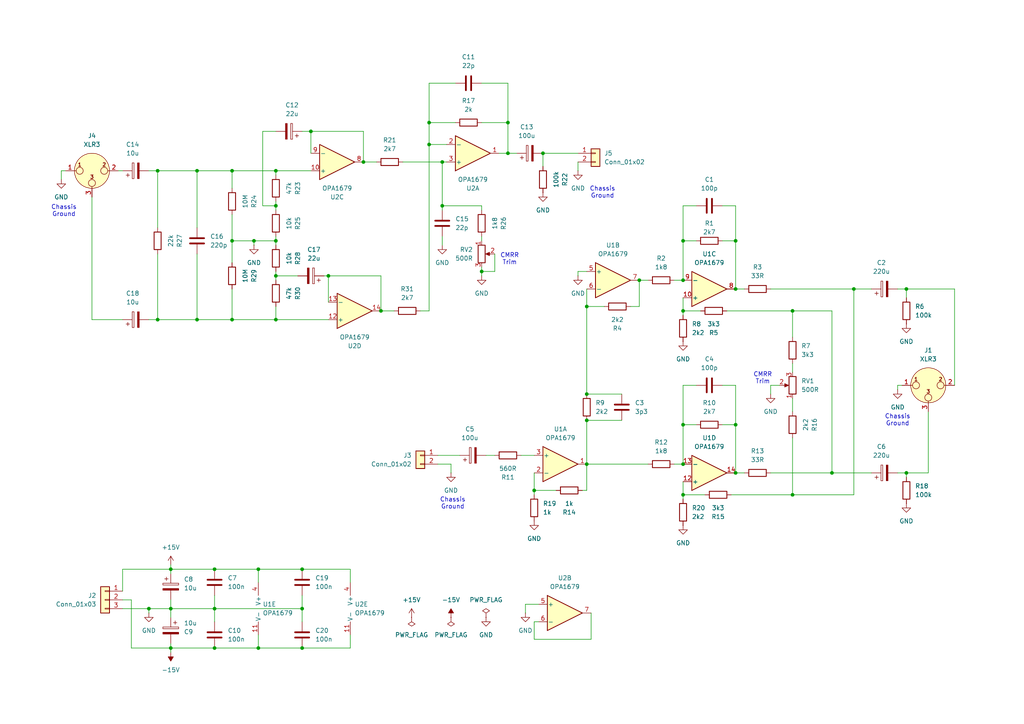
<source format=kicad_sch>
(kicad_sch (version 20231120) (generator "eeschema") (generator_version "8.0")
  (paper "A4")
  (title_block (title "Purrtico TLA Input & Output") (date "2024-05-10") (rev "01") (company "Greybox Audio"))
  (lib_symbols
    (symbol "+15V_1" (power) (pin_numbers hide) (pin_names (offset 0) hide)
      (property "Value" "+15V" (at 0 3.556 0))
      (symbol "+15V_1_0_1"
        (polyline (pts (xy -0.762 1.27) (xy 0 2.54)))
        (polyline (pts (xy 0 0) (xy 0 2.54)))
        (polyline (pts (xy 0 2.54) (xy 0.762 1.27)))
      )
      (symbol "+15V_1_1_1"
        (pin power_in line (at 0 0 90) (length 0) (name "~") (number "1"))
      )
    )
    (symbol "Amplifier_Operational:OPA1679" (pin_names (offset 0.127))
      (property "Reference" "U" (at 0 5.08 0))
      (property "Value" "OPA1679" (at 0 -5.08 0))
      (symbol "OPA1679_1_1"
        (polyline (pts (xy -5.08 5.08) (xy 5.08 0) (xy -5.08 -5.08) (xy -5.08 5.08)) (stroke (width 0.254)) (fill (type background)))
        (pin output line (at 7.62 0 180) (length 2.54) (name "~") (number "1"))
        (pin input line (at -7.62 -2.54 0) (length 2.54) (name "-") (number "2"))
        (pin input line (at -7.62 2.54 0) (length 2.54) (name "+") (number "3"))
      )
      (symbol "OPA1679_2_1"
        (polyline (pts (xy -5.08 5.08) (xy 5.08 0) (xy -5.08 -5.08) (xy -5.08 5.08)) (stroke (width 0.254)) (fill (type background)))
        (pin input line (at -7.62 2.54 0) (length 2.54) (name "+") (number "5"))
        (pin input line (at -7.62 -2.54 0) (length 2.54) (name "-") (number "6"))
        (pin output line (at 7.62 0 180) (length 2.54) (name "~") (number "7"))
      )
      (symbol "OPA1679_3_1"
        (polyline (pts (xy -5.08 5.08) (xy 5.08 0) (xy -5.08 -5.08) (xy -5.08 5.08)) (stroke (width 0.254)) (fill (type background)))
        (pin input line (at -7.62 2.54 0) (length 2.54) (name "+") (number "10"))
        (pin output line (at 7.62 0 180) (length 2.54) (name "~") (number "8"))
        (pin input line (at -7.62 -2.54 0) (length 2.54) (name "-") (number "9"))
      )
      (symbol "OPA1679_4_1"
        (polyline (pts (xy -5.08 5.08) (xy 5.08 0) (xy -5.08 -5.08) (xy -5.08 5.08)) (stroke (width 0.254)) (fill (type background)))
        (pin input line (at -7.62 2.54 0) (length 2.54) (name "+") (number "12"))
        (pin input line (at -7.62 -2.54 0) (length 2.54) (name "-") (number "13"))
        (pin output line (at 7.62 0 180) (length 2.54) (name "~") (number "14"))
      )
      (symbol "OPA1679_5_1"
        (pin power_in line (at -2.54 -7.62 90) (length 3.81) (name "V-") (number "11"))
        (pin power_in line (at -2.54 7.62 270) (length 3.81) (name "V+") (number "4"))
      )
    )
    (symbol "Connector_Audio:XLR3" (pin_names hide)
      (property "Reference" "J" (at 0 8.89 0))
      (property "Value" "XLR3" (at 0 6.35 0))
      (symbol "XLR3_0_1"
        (circle (center -3.556 0) (radius 1.016))
        (circle (center 0 -3.556) (radius 1.016))
        (polyline (pts (xy -5.08 0) (xy -4.572 0)))
        (polyline (pts (xy 0 -5.08) (xy 0 -4.572)))
        (polyline (pts (xy 5.08 0) (xy 4.572 0)))
        (circle (center 0 0) (radius 5.08) (fill (type background)))
        (circle (center 3.556 0) (radius 1.016))
        (text "1" (at -3.556 1.778 0) (effects (font (size 1.016 1.016) (bold yes))))
        (text "2" (at 3.556 1.778 0) (effects (font (size 1.016 1.016) (bold yes))))
        (text "3" (at 0 -1.778 0) (effects (font (size 1.016 1.016) (bold yes))))
        (pin passive line (at -7.62 0 0) (length 2.54) (name "~") (number "1"))
        (pin passive line (at 7.62 0 180) (length 2.54) (name "~") (number "2"))
        (pin passive line (at 0 -7.62 90) (length 2.54) (name "~") (number "3"))
      )
    )
    (symbol "Connector_Generic:Conn_01x02" (pin_names (offset 1.016) hide)
      (property "Reference" "J" (at 0 2.54 0))
      (property "Value" "Conn_01x02" (at 0 -5.08 0))
      (symbol "Conn_01x02_1_1"
        (rectangle (start -1.27 -2.413) (end 0 -2.667) (stroke (width 0.1524)))
        (rectangle (start -1.27 0.127) (end 0 -0.127) (stroke (width 0.1524)))
        (rectangle (start -1.27 1.27) (end 1.27 -3.81) (stroke (width 0.254)) (fill (type background)))
        (pin passive line (at -5.08 0 0) (length 3.81) (name "Pin_1") (number "1"))
        (pin passive line (at -5.08 -2.54 0) (length 3.81) (name "Pin_2") (number "2"))
      )
    )
    (symbol "Connector_Generic:Conn_01x03" (pin_names (offset 1.016) hide)
      (property "Reference" "J" (at 0 5.08 0))
      (property "Value" "Conn_01x03" (at 0 -5.08 0))
      (symbol "Conn_01x03_1_1"
        (rectangle (start -1.27 -2.413) (end 0 -2.667) (stroke (width 0.1524)))
        (rectangle (start -1.27 0.127) (end 0 -0.127) (stroke (width 0.1524)))
        (rectangle (start -1.27 2.667) (end 0 2.413) (stroke (width 0.1524)))
        (rectangle (start -1.27 3.81) (end 1.27 -3.81) (stroke (width 0.254)) (fill (type background)))
        (pin passive line (at -5.08 2.54 0) (length 3.81) (name "Pin_1") (number "1"))
        (pin passive line (at -5.08 0 0) (length 3.81) (name "Pin_2") (number "2"))
        (pin passive line (at -5.08 -2.54 0) (length 3.81) (name "Pin_3") (number "3"))
      )
    )
    (symbol "Device:C" (pin_numbers hide) (pin_names (offset 0.254))
      (property "Reference" "C" (at 0.635 2.54 0))
      (property "Value" "C" (at 0.635 -2.54 0))
      (symbol "C_0_1"
        (polyline (pts (xy -2.032 -0.762) (xy 2.032 -0.762)) (stroke (width 0.508)))
        (polyline (pts (xy -2.032 0.762) (xy 2.032 0.762)) (stroke (width 0.508)))
      )
      (symbol "C_1_1"
        (pin passive line (at 0 3.81 270) (length 2.794) (name "~") (number "1"))
        (pin passive line (at 0 -3.81 90) (length 2.794) (name "~") (number "2"))
      )
    )
    (symbol "Device:C_Polarized" (pin_numbers hide) (pin_names (offset 0.254))
      (property "Reference" "C" (at 0.635 2.54 0))
      (property "Value" "C_Polarized" (at 0.635 -2.54 0))
      (symbol "C_Polarized_0_1"
        (rectangle (start -2.286 0.508) (end 2.286 1.016))
        (polyline (pts (xy -1.778 2.286) (xy -0.762 2.286)))
        (polyline (pts (xy -1.27 2.794) (xy -1.27 1.778)))
        (rectangle (start 2.286 -0.508) (end -2.286 -1.016) (fill (type outline)))
      )
      (symbol "C_Polarized_1_1"
        (pin passive line (at 0 3.81 270) (length 2.794) (name "~") (number "1"))
        (pin passive line (at 0 -3.81 90) (length 2.794) (name "~") (number "2"))
      )
    )
    (symbol "Device:R" (pin_numbers hide) (pin_names (offset 0))
      (property "Reference" "R" (at 2.032 0 90))
      (property "Value" "R" (at 0 0 90))
      (symbol "R_0_1"
        (rectangle (start -1.016 -2.54) (end 1.016 2.54) (stroke (width 0.254)))
      )
      (symbol "R_1_1"
        (pin passive line (at 0 3.81 270) (length 1.27) (name "~") (number "1"))
        (pin passive line (at 0 -3.81 90) (length 1.27) (name "~") (number "2"))
      )
    )
    (symbol "Device:R_Potentiometer" (pin_names (offset 1.016) hide)
      (property "Reference" "RV" (at -4.445 0 90))
      (property "Value" "R_Potentiometer" (at -2.54 0 90))
      (symbol "R_Potentiometer_0_1"
        (polyline (pts (xy 2.54 0) (xy 1.524 0)))
        (polyline (pts (xy 1.143 0) (xy 2.286 0.508) (xy 2.286 -0.508) (xy 1.143 0)) (fill (type outline)))
        (rectangle (start 1.016 2.54) (end -1.016 -2.54) (stroke (width 0.254)))
      )
      (symbol "R_Potentiometer_1_1"
        (pin passive line (at 0 3.81 270) (length 1.27) (name "1") (number "1"))
        (pin passive line (at 3.81 0 180) (length 1.27) (name "2") (number "2"))
        (pin passive line (at 0 -3.81 90) (length 1.27) (name "3") (number "3"))
      )
    )
    (symbol "GND_1" (power) (pin_numbers hide) (pin_names (offset 0) hide)
      (property "Value" "GND" (at 0 -3.81 0))
      (symbol "GND_1_0_1"
        (polyline (pts (xy 0 0) (xy 0 -1.27) (xy 1.27 -1.27) (xy 0 -2.54) (xy -1.27 -1.27) (xy 0 -1.27)))
      )
      (symbol "GND_1_1_1"
        (pin power_in line (at 0 0 270) (length 0) (name "~") (number "1"))
      )
    )
    (symbol "power:-15V" (power) (pin_numbers hide) (pin_names (offset 0) hide)
      (property "Value" "-15V" (at 0 3.556 0))
      (symbol "-15V_0_0"
        (pin power_in line (at 0 0 90) (length 0) (name "~") (number "1"))
      )
      (symbol "-15V_0_1"
        (polyline (pts (xy 0 0) (xy 0 1.27) (xy 0.762 1.27) (xy 0 2.54) (xy -0.762 1.27) (xy 0 1.27)) (fill (type outline)))
      )
    )
    (symbol "power:PWR_FLAG" (power) (pin_numbers hide) (pin_names (offset 0) hide)
      (property "Value" "PWR_FLAG" (at 0 3.81 0))
      (symbol "PWR_FLAG_0_0"
        (pin power_out line (at 0 0 90) (length 0) (name "~") (number "1"))
      )
      (symbol "PWR_FLAG_0_1"
        (polyline (pts (xy 0 0) (xy 0 1.27) (xy -1.016 1.905) (xy 0 2.54) (xy 1.016 1.905) (xy 0 1.27)))
      )
    )
  )
  (junction (at 87.63 165.1))
  (junction (at 87.63 176.53))
  (junction (at 43.18 176.53))
  (junction (at 67.31 49.53))
  (junction (at 73.66 69.85))
  (junction (at 157.48 44.45))
  (junction (at 74.93 165.1))
  (junction (at 62.23 176.53))
  (junction (at 198.12 143.51))
  (junction (at 170.18 121.92))
  (junction (at 62.23 165.1))
  (junction (at 185.42 81.28))
  (junction (at 229.87 143.51))
  (junction (at 80.01 69.85))
  (junction (at 80.01 80.01))
  (junction (at 128.27 46.99))
  (junction (at 241.3 137.16))
  (junction (at 198.12 69.85))
  (junction (at 128.27 59.69))
  (junction (at 213.36 83.82))
  (junction (at 198.12 134.62))
  (junction (at 80.01 49.53))
  (junction (at 147.32 35.56))
  (junction (at 45.72 49.53))
  (junction (at 95.25 80.01))
  (junction (at 247.65 83.82))
  (junction (at 262.89 137.16))
  (junction (at 57.15 49.53))
  (junction (at 213.36 137.16))
  (junction (at 170.18 114.3))
  (junction (at 154.94 142.24))
  (junction (at 49.53 187.96))
  (junction (at 124.46 41.91))
  (junction (at 57.15 92.71))
  (junction (at 147.32 44.45))
  (junction (at 229.87 90.17))
  (junction (at 124.46 35.56))
  (junction (at 170.18 134.62))
  (junction (at 49.53 176.53))
  (junction (at 90.17 38.1))
  (junction (at 198.12 90.17))
  (junction (at 105.41 46.99))
  (junction (at 49.53 165.1))
  (junction (at 80.01 92.71))
  (junction (at 213.36 69.85))
  (junction (at 170.18 88.9))
  (junction (at 110.49 90.17))
  (junction (at 198.12 81.28))
  (junction (at 87.63 187.96))
  (junction (at 213.36 123.19))
  (junction (at 62.23 187.96))
  (junction (at 262.89 83.82))
  (junction (at 80.01 59.69))
  (junction (at 45.72 92.71))
  (junction (at 67.31 69.85))
  (junction (at 198.12 123.19))
  (junction (at 139.7 78.74))
  (junction (at 67.31 92.71))
  (junction (at 74.93 187.96))
  (wire (pts (xy 213.36 111.76) (xy 213.36 123.19)))
  (wire (pts (xy 57.15 49.53) (xy 57.15 66.04)))
  (wire (pts (xy 198.12 143.51) (xy 198.12 144.78)))
  (wire (pts (xy 105.41 46.99) (xy 109.22 46.99)))
  (wire (pts (xy 38.1 173.99) (xy 38.1 187.96)))
  (wire (pts (xy 80.01 58.42) (xy 80.01 59.69)))
  (wire (pts (xy 87.63 176.53) (xy 87.63 180.34)))
  (wire (pts (xy 151.13 132.08) (xy 154.94 132.08)))
  (wire (pts (xy 49.53 176.53) (xy 49.53 179.07)))
  (wire (pts (xy 170.18 83.82) (xy 170.18 88.9)))
  (wire (pts (xy 269.24 119.38) (xy 269.24 137.16)))
  (wire (pts (xy 241.3 137.16) (xy 252.73 137.16)))
  (wire (pts (xy 139.7 24.13) (xy 147.32 24.13)))
  (wire (pts (xy 124.46 41.91) (xy 129.54 41.91)))
  (wire (pts (xy 195.58 134.62) (xy 198.12 134.62)))
  (wire (pts (xy 35.56 171.45) (xy 35.56 165.1)))
  (wire (pts (xy 67.31 92.71) (xy 80.01 92.71)))
  (wire (pts (xy 90.17 44.45) (xy 90.17 38.1)))
  (wire (pts (xy 229.87 105.41) (xy 229.87 107.95)))
  (wire (pts (xy 139.7 68.58) (xy 139.7 69.85)))
  (wire (pts (xy 74.93 184.15) (xy 74.93 187.96)))
  (wire (pts (xy 213.36 123.19) (xy 213.36 137.16)))
  (wire (pts (xy 139.7 59.69) (xy 139.7 60.96)))
  (wire (pts (xy 147.32 44.45) (xy 147.32 35.56)))
  (wire (pts (xy 198.12 139.7) (xy 198.12 143.51)))
  (wire (pts (xy 198.12 111.76) (xy 198.12 123.19)))
  (wire (pts (xy 57.15 49.53) (xy 67.31 49.53)))
  (wire (pts (xy 128.27 68.58) (xy 128.27 71.12)))
  (wire (pts (xy 80.01 69.85) (xy 80.01 71.12)))
  (wire (pts (xy 167.64 78.74) (xy 167.64 80.01)))
  (wire (pts (xy 62.23 176.53) (xy 87.63 176.53)))
  (wire (pts (xy 154.94 180.34) (xy 154.94 185.42)))
  (wire (pts (xy 156.21 180.34) (xy 154.94 180.34)))
  (wire (pts (xy 154.94 185.42) (xy 171.45 185.42)))
  (wire (pts (xy 209.55 59.69) (xy 213.36 59.69)))
  (wire (pts (xy 49.53 176.53) (xy 62.23 176.53)))
  (wire (pts (xy 74.93 187.96) (xy 62.23 187.96)))
  (wire (pts (xy 276.86 83.82) (xy 276.86 111.76)))
  (wire (pts (xy 74.93 165.1) (xy 87.63 165.1)))
  (wire (pts (xy 74.93 168.91) (xy 74.93 165.1)))
  (wire (pts (xy 195.58 81.28) (xy 198.12 81.28)))
  (wire (pts (xy 223.52 111.76) (xy 226.06 111.76)))
  (wire (pts (xy 262.89 137.16) (xy 269.24 137.16)))
  (wire (pts (xy 43.18 92.71) (xy 45.72 92.71)))
  (wire (pts (xy 213.36 59.69) (xy 213.36 69.85)))
  (wire (pts (xy 223.52 83.82) (xy 247.65 83.82)))
  (wire (pts (xy 49.53 187.96) (xy 62.23 187.96)))
  (wire (pts (xy 198.12 69.85) (xy 198.12 81.28)))
  (wire (pts (xy 49.53 163.83) (xy 49.53 165.1)))
  (wire (pts (xy 67.31 92.71) (xy 67.31 83.82)))
  (wire (pts (xy 49.53 187.96) (xy 49.53 189.23)))
  (wire (pts (xy 260.35 111.76) (xy 260.35 113.03)))
  (wire (pts (xy 170.18 88.9) (xy 175.26 88.9)))
  (wire (pts (xy 35.56 173.99) (xy 38.1 173.99)))
  (wire (pts (xy 35.56 165.1) (xy 49.53 165.1)))
  (wire (pts (xy 80.01 50.8) (xy 80.01 49.53)))
  (wire (pts (xy 260.35 137.16) (xy 262.89 137.16)))
  (wire (pts (xy 49.53 165.1) (xy 62.23 165.1)))
  (wire (pts (xy 76.2 38.1) (xy 76.2 59.69)))
  (wire (pts (xy 101.6 187.96) (xy 87.63 187.96)))
  (wire (pts (xy 101.6 165.1) (xy 87.63 165.1)))
  (wire (pts (xy 262.89 138.43) (xy 262.89 137.16)))
  (wire (pts (xy 67.31 54.61) (xy 67.31 49.53)))
  (wire (pts (xy 198.12 123.19) (xy 198.12 134.62)))
  (wire (pts (xy 241.3 90.17) (xy 241.3 137.16)))
  (wire (pts (xy 67.31 69.85) (xy 67.31 76.2)))
  (wire (pts (xy 43.18 176.53) (xy 43.18 177.8)))
  (wire (pts (xy 80.01 59.69) (xy 80.01 60.96)))
  (wire (pts (xy 80.01 38.1) (xy 76.2 38.1)))
  (wire (pts (xy 209.55 111.76) (xy 213.36 111.76)))
  (wire (pts (xy 260.35 111.76) (xy 261.62 111.76)))
  (wire (pts (xy 49.53 186.69) (xy 49.53 187.96)))
  (wire (pts (xy 127 134.62) (xy 130.81 134.62)))
  (wire (pts (xy 80.01 80.01) (xy 86.36 80.01)))
  (wire (pts (xy 80.01 80.01) (xy 80.01 81.28)))
  (wire (pts (xy 95.25 80.01) (xy 93.98 80.01)))
  (wire (pts (xy 139.7 78.74) (xy 139.7 77.47)))
  (wire (pts (xy 124.46 35.56) (xy 124.46 41.91)))
  (wire (pts (xy 26.67 92.71) (xy 35.56 92.71)))
  (wire (pts (xy 143.51 78.74) (xy 143.51 73.66)))
  (wire (pts (xy 43.18 49.53) (xy 45.72 49.53)))
  (wire (pts (xy 154.94 137.16) (xy 154.94 142.24)))
  (wire (pts (xy 67.31 69.85) (xy 73.66 69.85)))
  (wire (pts (xy 80.01 92.71) (xy 95.25 92.71)))
  (wire (pts (xy 95.25 80.01) (xy 95.25 87.63)))
  (wire (pts (xy 128.27 59.69) (xy 139.7 59.69)))
  (wire (pts (xy 17.78 49.53) (xy 17.78 52.07)))
  (wire (pts (xy 223.52 137.16) (xy 241.3 137.16)))
  (wire (pts (xy 26.67 57.15) (xy 26.67 92.71)))
  (wire (pts (xy 147.32 24.13) (xy 147.32 35.56)))
  (wire (pts (xy 210.82 90.17) (xy 229.87 90.17)))
  (wire (pts (xy 209.55 69.85) (xy 213.36 69.85)))
  (wire (pts (xy 45.72 49.53) (xy 45.72 66.04)))
  (wire (pts (xy 170.18 121.92) (xy 180.34 121.92)))
  (wire (pts (xy 62.23 176.53) (xy 62.23 180.34)))
  (wire (pts (xy 90.17 38.1) (xy 105.41 38.1)))
  (wire (pts (xy 213.36 123.19) (xy 209.55 123.19)))
  (wire (pts (xy 198.12 59.69) (xy 201.93 59.69)))
  (wire (pts (xy 101.6 168.91) (xy 101.6 165.1)))
  (wire (pts (xy 87.63 38.1) (xy 90.17 38.1)))
  (wire (pts (xy 229.87 127) (xy 229.87 143.51)))
  (wire (pts (xy 128.27 46.99) (xy 128.27 59.69)))
  (wire (pts (xy 45.72 92.71) (xy 45.72 73.66)))
  (wire (pts (xy 185.42 88.9) (xy 182.88 88.9)))
  (wire (pts (xy 57.15 92.71) (xy 67.31 92.71)))
  (wire (pts (xy 170.18 142.24) (xy 170.18 134.62)))
  (wire (pts (xy 49.53 176.53) (xy 49.53 173.99)))
  (wire (pts (xy 262.89 83.82) (xy 276.86 83.82)))
  (wire (pts (xy 262.89 83.82) (xy 262.89 86.36)))
  (wire (pts (xy 185.42 88.9) (xy 185.42 81.28)))
  (wire (pts (xy 223.52 111.76) (xy 223.52 114.3)))
  (wire (pts (xy 213.36 137.16) (xy 215.9 137.16)))
  (wire (pts (xy 139.7 78.74) (xy 139.7 80.01)))
  (wire (pts (xy 198.12 143.51) (xy 204.47 143.51)))
  (wire (pts (xy 229.87 143.51) (xy 247.65 143.51)))
  (wire (pts (xy 198.12 86.36) (xy 198.12 90.17)))
  (wire (pts (xy 35.56 176.53) (xy 43.18 176.53)))
  (wire (pts (xy 45.72 92.71) (xy 57.15 92.71)))
  (wire (pts (xy 132.08 35.56) (xy 124.46 35.56)))
  (wire (pts (xy 121.92 90.17) (xy 124.46 90.17)))
  (wire (pts (xy 157.48 44.45) (xy 157.48 48.26)))
  (wire (pts (xy 62.23 172.72) (xy 62.23 176.53)))
  (wire (pts (xy 154.94 142.24) (xy 161.29 142.24)))
  (wire (pts (xy 110.49 90.17) (xy 114.3 90.17)))
  (wire (pts (xy 67.31 62.23) (xy 67.31 69.85)))
  (wire (pts (xy 170.18 142.24) (xy 168.91 142.24)))
  (wire (pts (xy 127 132.08) (xy 133.35 132.08)))
  (wire (pts (xy 144.78 44.45) (xy 147.32 44.45)))
  (wire (pts (xy 110.49 80.01) (xy 110.49 90.17)))
  (wire (pts (xy 212.09 143.51) (xy 229.87 143.51)))
  (wire (pts (xy 116.84 46.99) (xy 128.27 46.99)))
  (wire (pts (xy 198.12 69.85) (xy 201.93 69.85)))
  (wire (pts (xy 198.12 111.76) (xy 201.93 111.76)))
  (wire (pts (xy 49.53 187.96) (xy 38.1 187.96)))
  (wire (pts (xy 185.42 81.28) (xy 187.96 81.28)))
  (wire (pts (xy 170.18 121.92) (xy 170.18 134.62)))
  (wire (pts (xy 124.46 90.17) (xy 124.46 41.91)))
  (wire (pts (xy 170.18 88.9) (xy 170.18 114.3)))
  (wire (pts (xy 49.53 165.1) (xy 49.53 166.37)))
  (wire (pts (xy 45.72 49.53) (xy 57.15 49.53)))
  (wire (pts (xy 213.36 69.85) (xy 213.36 83.82)))
  (wire (pts (xy 167.64 78.74) (xy 170.18 78.74)))
  (wire (pts (xy 229.87 97.79) (xy 229.87 90.17)))
  (wire (pts (xy 170.18 114.3) (xy 180.34 114.3)))
  (wire (pts (xy 57.15 73.66) (xy 57.15 92.71)))
  (wire (pts (xy 229.87 90.17) (xy 241.3 90.17)))
  (wire (pts (xy 74.93 165.1) (xy 62.23 165.1)))
  (wire (pts (xy 128.27 60.96) (xy 128.27 59.69)))
  (wire (pts (xy 198.12 123.19) (xy 201.93 123.19)))
  (wire (pts (xy 87.63 172.72) (xy 87.63 176.53)))
  (wire (pts (xy 247.65 83.82) (xy 247.65 143.51)))
  (wire (pts (xy 95.25 80.01) (xy 110.49 80.01)))
  (wire (pts (xy 213.36 83.82) (xy 215.9 83.82)))
  (wire (pts (xy 34.29 49.53) (xy 35.56 49.53)))
  (wire (pts (xy 139.7 78.74) (xy 143.51 78.74)))
  (wire (pts (xy 198.12 59.69) (xy 198.12 69.85)))
  (wire (pts (xy 73.66 69.85) (xy 80.01 69.85)))
  (wire (pts (xy 73.66 69.85) (xy 73.66 71.12)))
  (wire (pts (xy 105.41 38.1) (xy 105.41 46.99)))
  (wire (pts (xy 198.12 90.17) (xy 203.2 90.17)))
  (wire (pts (xy 80.01 88.9) (xy 80.01 92.71)))
  (wire (pts (xy 260.35 83.82) (xy 262.89 83.82)))
  (wire (pts (xy 124.46 24.13) (xy 124.46 35.56)))
  (wire (pts (xy 80.01 49.53) (xy 67.31 49.53)))
  (wire (pts (xy 140.97 132.08) (xy 143.51 132.08)))
  (wire (pts (xy 198.12 90.17) (xy 198.12 91.44)))
  (wire (pts (xy 152.4 175.26) (xy 152.4 177.8)))
  (wire (pts (xy 229.87 115.57) (xy 229.87 119.38)))
  (wire (pts (xy 128.27 46.99) (xy 129.54 46.99)))
  (wire (pts (xy 132.08 24.13) (xy 124.46 24.13)))
  (wire (pts (xy 130.81 134.62) (xy 130.81 137.16)))
  (wire (pts (xy 43.18 176.53) (xy 49.53 176.53)))
  (wire (pts (xy 101.6 184.15) (xy 101.6 187.96)))
  (wire (pts (xy 156.21 175.26) (xy 152.4 175.26)))
  (wire (pts (xy 74.93 187.96) (xy 87.63 187.96)))
  (wire (pts (xy 19.05 49.53) (xy 17.78 49.53)))
  (wire (pts (xy 80.01 78.74) (xy 80.01 80.01)))
  (wire (pts (xy 80.01 49.53) (xy 90.17 49.53)))
  (wire (pts (xy 80.01 68.58) (xy 80.01 69.85)))
  (wire (pts (xy 76.2 59.69) (xy 80.01 59.69)))
  (wire (pts (xy 147.32 44.45) (xy 149.86 44.45)))
  (wire (pts (xy 147.32 35.56) (xy 139.7 35.56)))
  (wire (pts (xy 154.94 142.24) (xy 154.94 143.51)))
  (wire (pts (xy 167.64 46.99) (xy 167.64 49.53)))
  (wire (pts (xy 157.48 44.45) (xy 167.64 44.45)))
  (wire (pts (xy 170.18 134.62) (xy 187.96 134.62)))
  (wire (pts (xy 247.65 83.82) (xy 252.73 83.82)))
  (wire (pts (xy 171.45 185.42) (xy 171.45 177.8)))
  (text "Chassis\nGround" (at 174.752 55.88 0) (effects (font (size 1.27 1.27))))
  (text "Chassis\nGround" (at 131.318 146.05 0) (effects (font (size 1.27 1.27))))
  (text "CMRR\nTrim" (at 147.828 76.962 0) (effects (font (size 1.27 1.27)) (justify bottom)))
  (text "CMRR\nTrim" (at 221.234 111.506 0) (effects (font (size 1.27 1.27)) (justify bottom)))
  (text "Chassis\nGround" (at 260.35 121.92 0) (effects (font (size 1.27 1.27))))
  (text "Chassis\nGround" (at 18.542 61.214 0) (effects (font (size 1.27 1.27))))
  (symbol (lib_id "Device:R") (at 80.01 74.93 0) (mirror x) (unit 1)
    (property "Reference" "R28" (at 86.36 74.93 90))
    (property "Value" "10k" (at 83.82 74.93 90))
    (property "Footprint" "Resistor_SMD:R_1206_3216Metric" (effects (hide yes)))
  )
  (symbol (lib_id "Device:C_Polarized") (at 153.67 44.45 90) (unit 1)
    (property "Reference" "C13" (at 152.781 36.83 90))
    (property "Value" "100u" (at 152.781 39.37 90))
    (property "Footprint" "Capacitor_THT:CP_Radial_D6.3mm_P2.50mm" (effects (hide yes)))
  )
  (symbol (lib_name "GND_1") (lib_id "power:GND") (at 262.89 93.98 0) (unit 1)
    (property "Reference" "#PWR02" (effects (hide yes)))
    (property "Value" "GND" (at 262.89 99.06 0))
    (property "Description" "Power symbol creates a global label with name \"GND\" , ground" (effects (hide yes)))
  )
  (symbol (lib_id "Device:R_Potentiometer") (at 139.7 73.66 0) (unit 1)
    (property "Reference" "RV2" (at 137.16 72.3899 0) (effects (justify right)))
    (property "Value" "500R" (at 137.16 74.9299 0) (effects (justify right)))
    (property "Footprint" "Connector_PinHeader_2.54mm:PinHeader_1x03_P2.54mm_Vertical" (effects (hide yes)))
  )
  (symbol (lib_name "GND_1") (lib_id "power:GND") (at 139.7 80.01 0) (unit 1)
    (property "Reference" "#PWR020" (effects (hide yes)))
    (property "Value" "GND" (at 139.7 85.09 0))
    (property "Description" "Power symbol creates a global label with name \"GND\" , ground" (effects (hide yes)))
  )
  (symbol (lib_id "Amplifier_Operational:OPA1679") (at 205.74 83.82 0) (mirror x) (unit 3)
    (property "Reference" "U1" (at 205.74 73.66 0))
    (property "Value" "OPA1679" (at 205.74 76.2 0))
    (property "Footprint" "Package_SO:SOIC-14_3.9x8.7mm_P1.27mm" (effects (hide yes)))
    (property "Datasheet" "http://www.ti.com/lit/ds/symlink/opa1678.pdf" (effects (hide yes)))
    (property "Description" "Low-Distortion Audio Operational Amplifiers, SOIC-14/TSSOP-14" (effects (hide yes)))
  )
  (symbol (lib_id "Device:C") (at 62.23 168.91 0) (unit 1)
    (property "Reference" "C7" (at 66.04 167.64 0) (effects (justify left)))
    (property "Value" "100n" (at 66.04 170.18 0) (effects (justify left)))
    (property "Footprint" "Capacitor_SMD:C_1206_3216Metric" (effects (hide yes)))
  )
  (symbol (lib_id "Device:C") (at 205.74 111.76 90) (unit 1)
    (property "Reference" "C4" (at 205.74 104.14 90))
    (property "Value" "100p" (at 205.74 106.68 90))
    (property "Footprint" "Capacitor_SMD:C_1206_3216Metric" (effects (hide yes)))
  )
  (symbol (lib_id "Device:R") (at 198.12 95.25 180) (unit 1)
    (property "Reference" "R8" (at 200.66 93.98 0) (effects (justify right)))
    (property "Value" "2k2" (at 200.66 96.52 0) (effects (justify right)))
    (property "Footprint" "Resistor_SMD:R_1206_3216Metric" (effects (hide yes)))
  )
  (symbol (lib_name "GND_1") (lib_id "power:GND") (at 17.78 52.07 0) (unit 1)
    (property "Reference" "#PWR022" (effects (hide yes)))
    (property "Value" "GND" (at 17.78 57.15 0))
    (property "Description" "Power symbol creates a global label with name \"GND\" , ground" (effects (hide yes)))
  )
  (symbol (lib_id "Device:R") (at 67.31 58.42 0) (mirror x) (unit 1)
    (property "Reference" "R24" (at 73.66 58.42 90))
    (property "Value" "10M" (at 71.12 58.42 90))
    (property "Footprint" "Resistor_SMD:R_1206_3216Metric" (effects (hide yes)))
  )
  (symbol (lib_id "Device:R") (at 80.01 85.09 0) (mirror x) (unit 1)
    (property "Reference" "R30" (at 86.36 85.09 90))
    (property "Value" "47k" (at 83.82 85.09 90))
    (property "Footprint" "Resistor_SMD:R_1206_3216Metric" (effects (hide yes)))
  )
  (symbol (lib_id "Amplifier_Operational:OPA1679") (at 162.56 134.62 0) (unit 1)
    (property "Reference" "U1" (at 162.56 124.46 0))
    (property "Value" "OPA1679" (at 162.56 127 0))
    (property "Footprint" "Package_SO:SOIC-14_3.9x8.7mm_P1.27mm" (effects (hide yes)))
    (property "Datasheet" "http://www.ti.com/lit/ds/symlink/opa1678.pdf" (effects (hide yes)))
    (property "Description" "Low-Distortion Audio Operational Amplifiers, SOIC-14/TSSOP-14" (effects (hide yes)))
  )
  (symbol (lib_id "Device:R") (at 45.72 69.85 0) (mirror x) (unit 1)
    (property "Reference" "R27" (at 52.07 69.85 90))
    (property "Value" "22k" (at 49.53 69.85 90))
    (property "Footprint" "Resistor_SMD:R_1206_3216Metric" (effects (hide yes)))
  )
  (symbol (lib_id "Amplifier_Operational:OPA1679") (at 97.79 46.99 0) (mirror x) (unit 3)
    (property "Reference" "U2" (at 97.79 57.15 0))
    (property "Value" "OPA1679" (at 97.79 54.61 0))
    (property "Footprint" "Package_SO:SOIC-14_3.9x8.7mm_P1.27mm" (effects (hide yes)))
    (property "Datasheet" "http://www.ti.com/lit/ds/symlink/opa1678.pdf" (effects (hide yes)))
    (property "Description" "Low-Distortion Audio Operational Amplifiers, SOIC-14/TSSOP-14" (effects (hide yes)))
  )
  (symbol (lib_id "Device:R") (at 80.01 54.61 0) (mirror x) (unit 1)
    (property "Reference" "R23" (at 86.36 54.61 90))
    (property "Value" "47k" (at 83.82 54.61 90))
    (property "Footprint" "Resistor_SMD:R_1206_3216Metric" (effects (hide yes)))
  )
  (symbol (lib_id "Device:C") (at 135.89 24.13 270) (unit 1)
    (property "Reference" "C11" (at 135.89 16.51 90))
    (property "Value" "22p" (at 135.89 19.05 90))
    (property "Footprint" "Capacitor_SMD:C_1206_3216Metric" (effects (hide yes)))
  )
  (symbol (lib_id "Device:C_Polarized") (at 256.54 137.16 90) (unit 1)
    (property "Reference" "C6" (at 255.651 129.54 90))
    (property "Value" "220u" (at 255.651 132.08 90))
    (property "Footprint" "Capacitor_THT:CP_Radial_D8.0mm_P3.50mm" (effects (hide yes)))
  )
  (symbol (lib_id "Device:R") (at 208.28 143.51 90) (mirror x) (unit 1)
    (property "Reference" "R15" (at 208.28 149.86 90))
    (property "Value" "3k3" (at 208.28 147.32 90))
    (property "Footprint" "Resistor_SMD:R_1206_3216Metric" (effects (hide yes)))
  )
  (symbol (lib_id "power:-15V") (at 49.53 189.23 180) (unit 1)
    (property "Reference" "#PWR013" (effects (hide yes)))
    (property "Value" "-15V" (at 49.53 194.31 0))
    (property "Description" "Power symbol creates a global label with name \"-15V\"" (effects (hide yes)))
  )
  (symbol (lib_name "GND_1") (lib_id "power:GND") (at 43.18 177.8 0) (unit 1)
    (property "Reference" "#PWR012" (effects (hide yes)))
    (property "Value" "GND" (at 43.18 182.88 0))
    (property "Description" "Power symbol creates a global label with name \"GND\" , ground" (effects (hide yes)))
  )
  (symbol (lib_id "Amplifier_Operational:OPA1679") (at 205.74 137.16 0) (mirror x) (unit 4)
    (property "Reference" "U1" (at 205.74 127 0))
    (property "Value" "OPA1679" (at 205.74 129.54 0))
    (property "Footprint" "Package_SO:SOIC-14_3.9x8.7mm_P1.27mm" (effects (hide yes)))
    (property "Datasheet" "http://www.ti.com/lit/ds/symlink/opa1678.pdf" (effects (hide yes)))
    (property "Description" "Low-Distortion Audio Operational Amplifiers, SOIC-14/TSSOP-14" (effects (hide yes)))
  )
  (symbol (lib_id "Device:R") (at 147.32 132.08 90) (mirror x) (unit 1)
    (property "Reference" "R11" (at 147.32 138.43 90))
    (property "Value" "560R" (at 147.32 135.89 90))
    (property "Footprint" "Resistor_SMD:R_1206_3216Metric" (effects (hide yes)))
  )
  (symbol (lib_id "Device:R") (at 229.87 123.19 0) (mirror x) (unit 1)
    (property "Reference" "R16" (at 236.22 123.19 90))
    (property "Value" "2k2" (at 233.68 123.19 90))
    (property "Footprint" "Resistor_SMD:R_1206_3216Metric" (effects (hide yes)))
  )
  (symbol (lib_id "Device:C_Polarized") (at 90.17 80.01 270) (mirror x) (unit 1)
    (property "Reference" "C17" (at 91.059 72.39 90))
    (property "Value" "22u" (at 91.059 74.93 90))
    (property "Footprint" "Capacitor_THT:CP_Radial_D6.3mm_P2.50mm" (effects (hide yes)))
  )
  (symbol (lib_id "Device:C_Polarized") (at 39.37 49.53 90) (unit 1)
    (property "Reference" "C14" (at 38.481 41.91 90))
    (property "Value" "10u" (at 38.481 44.45 90))
    (property "Footprint" "Capacitor_THT:CP_Radial_D6.3mm_P2.50mm" (effects (hide yes)))
  )
  (symbol (lib_name "GND_1") (lib_id "power:GND") (at 154.94 151.13 0) (unit 1)
    (property "Reference" "#PWR09" (effects (hide yes)))
    (property "Value" "GND" (at 154.94 156.21 0))
    (property "Description" "Power symbol creates a global label with name \"GND\" , ground" (effects (hide yes)))
  )
  (symbol (lib_id "Device:R") (at 219.71 83.82 90) (unit 1)
    (property "Reference" "R3" (at 219.71 77.47 90))
    (property "Value" "33R" (at 219.71 80.01 90))
    (property "Footprint" "Resistor_SMD:R_1206_3216Metric" (effects (hide yes)))
  )
  (symbol (lib_id "Device:R") (at 80.01 64.77 0) (mirror x) (unit 1)
    (property "Reference" "R25" (at 86.36 64.77 90))
    (property "Value" "10k" (at 83.82 64.77 90))
    (property "Footprint" "Resistor_SMD:R_1206_3216Metric" (effects (hide yes)))
  )
  (symbol (lib_id "Connector_Generic:Conn_01x02") (at 121.92 132.08 0) (mirror y) (unit 1)
    (property "Reference" "J3" (at 119.38 132.0799 0) (effects (justify left)))
    (property "Value" "Conn_01x02" (at 119.38 134.6199 0) (effects (justify left)))
    (property "Footprint" "Connector_PinHeader_2.54mm:PinHeader_1x02_P2.54mm_Vertical" (effects (hide yes)))
    (property "Description" "Generic connector, single row, 01x02, script generated (kicad-library-utils/schlib/autogen/connector/)" (effects (hide yes)))
  )
  (symbol (lib_id "power:-15V") (at 130.81 179.07 0) (mirror y) (unit 1)
    (property "Reference" "#PWR014" (effects (hide yes)))
    (property "Value" "-15V" (at 130.81 173.99 0))
    (property "Description" "Power symbol creates a global label with name \"-15V\"" (effects (hide yes)))
  )
  (symbol (lib_id "Connector_Generic:Conn_01x03") (at 30.48 173.99 0) (mirror y) (unit 1)
    (property "Reference" "J2" (at 27.94 172.7199 0) (effects (justify left)))
    (property "Value" "Conn_01x03" (at 27.94 175.2599 0) (effects (justify left)))
    (property "Footprint" "Connector_PinHeader_2.54mm:PinHeader_1x03_P2.54mm_Vertical" (effects (hide yes)))
    (property "Description" "Generic connector, single row, 01x03, script generated (kicad-library-utils/schlib/autogen/connector/)" (effects (hide yes)))
  )
  (symbol (lib_name "GND_1") (lib_id "power:GND") (at 157.48 55.88 0) (unit 1)
    (property "Reference" "#PWR017" (effects (hide yes)))
    (property "Value" "GND" (at 157.48 60.96 0))
    (property "Description" "Power symbol creates a global label with name \"GND\" , ground" (effects (hide yes)))
  )
  (symbol (lib_id "Device:R") (at 205.74 69.85 90) (unit 1)
    (property "Reference" "R1" (at 205.74 64.77 90))
    (property "Value" "2k7" (at 205.74 67.31 90))
    (property "Footprint" "Resistor_SMD:R_1206_3216Metric" (effects (hide yes)))
  )
  (symbol (lib_name "GND_1") (lib_id "power:GND") (at 260.35 113.03 0) (unit 1)
    (property "Reference" "#PWR05" (effects (hide yes)))
    (property "Value" "GND" (at 260.35 118.11 0))
    (property "Description" "Power symbol creates a global label with name \"GND\" , ground" (effects (hide yes)))
  )
  (symbol (lib_id "Device:R_Potentiometer") (at 229.87 111.76 180) (unit 1)
    (property "Reference" "RV1" (at 232.41 110.49 0) (effects (justify right)))
    (property "Value" "500R" (at 232.41 113.03 0) (effects (justify right)))
    (property "Footprint" "Connector_PinHeader_2.54mm:PinHeader_1x03_P2.54mm_Vertical" (effects (hide yes)))
  )
  (symbol (lib_name "GND_1") (lib_id "power:GND") (at 128.27 71.12 0) (unit 1)
    (property "Reference" "#PWR019" (effects (hide yes)))
    (property "Value" "GND" (at 128.27 76.2 0))
    (property "Description" "Power symbol creates a global label with name \"GND\" , ground" (effects (hide yes)))
  )
  (symbol (lib_id "Device:R") (at 170.18 118.11 180) (unit 1)
    (property "Reference" "R9" (at 172.72 116.84 0) (effects (justify right)))
    (property "Value" "2k2" (at 172.72 119.38 0) (effects (justify right)))
    (property "Footprint" "Resistor_SMD:R_1206_3216Metric" (effects (hide yes)))
  )
  (symbol (lib_name "GND_1") (lib_id "power:GND") (at 223.52 114.3 0) (unit 1)
    (property "Reference" "#PWR04" (effects (hide yes)))
    (property "Value" "GND" (at 223.52 119.38 0))
    (property "Description" "Power symbol creates a global label with name \"GND\" , ground" (effects (hide yes)))
  )
  (symbol (lib_id "Device:R") (at 207.01 90.17 90) (mirror x) (unit 1)
    (property "Reference" "R5" (at 207.01 96.52 90))
    (property "Value" "3k3" (at 207.01 93.98 90))
    (property "Footprint" "Resistor_SMD:R_1206_3216Metric" (effects (hide yes)))
  )
  (symbol (lib_id "Device:C") (at 180.34 118.11 180) (unit 1)
    (property "Reference" "C3" (at 184.15 116.84 0) (effects (justify right)))
    (property "Value" "3p3" (at 184.15 119.38 0) (effects (justify right)))
    (property "Footprint" "Capacitor_SMD:C_1206_3216Metric" (effects (hide yes)))
  )
  (symbol (lib_id "Amplifier_Operational:OPA1679") (at 177.8 81.28 0) (unit 2)
    (property "Reference" "U1" (at 177.8 71.12 0))
    (property "Value" "OPA1679" (at 177.8 73.66 0))
    (property "Footprint" "Package_SO:SOIC-14_3.9x8.7mm_P1.27mm" (effects (hide yes)))
    (property "Datasheet" "http://www.ti.com/lit/ds/symlink/opa1678.pdf" (effects (hide yes)))
    (property "Description" "Low-Distortion Audio Operational Amplifiers, SOIC-14/TSSOP-14" (effects (hide yes)))
  )
  (symbol (lib_name "GND_1") (lib_id "power:GND") (at 198.12 152.4 0) (unit 1)
    (property "Reference" "#PWR010" (effects (hide yes)))
    (property "Value" "GND" (at 198.12 157.48 0))
    (property "Description" "Power symbol creates a global label with name \"GND\" , ground" (effects (hide yes)))
  )
  (symbol (lib_id "Device:R") (at 157.48 52.07 0) (mirror x) (unit 1)
    (property "Reference" "R22" (at 163.83 52.07 90))
    (property "Value" "100k" (at 161.29 52.07 90))
    (property "Footprint" "Resistor_SMD:R_1206_3216Metric" (effects (hide yes)))
  )
  (symbol (lib_id "Device:R") (at 135.89 35.56 270) (mirror x) (unit 1)
    (property "Reference" "R17" (at 135.89 29.21 90))
    (property "Value" "2k" (at 135.89 31.75 90))
    (property "Footprint" "Resistor_SMD:R_1206_3216Metric" (effects (hide yes)))
  )
  (symbol (lib_id "Amplifier_Operational:OPA1679") (at 104.14 176.53 0) (unit 5)
    (property "Reference" "U2" (at 102.87 175.2599 0) (effects (justify left)))
    (property "Value" "OPA1679" (at 102.87 177.7999 0) (effects (justify left)))
    (property "Footprint" "Package_SO:SOIC-14_3.9x8.7mm_P1.27mm" (effects (hide yes)))
    (property "Datasheet" "http://www.ti.com/lit/ds/symlink/opa1678.pdf" (effects (hide yes)))
    (property "Description" "Low-Distortion Audio Operational Amplifiers, SOIC-14/TSSOP-14" (effects (hide yes)))
  )
  (symbol (lib_id "Device:R") (at 139.7 64.77 0) (mirror x) (unit 1)
    (property "Reference" "R26" (at 146.05 64.77 90))
    (property "Value" "1k8" (at 143.51 64.77 90))
    (property "Footprint" "Resistor_SMD:R_1206_3216Metric" (effects (hide yes)))
  )
  (symbol (lib_id "power:PWR_FLAG") (at 140.97 179.07 0) (unit 1)
    (property "Reference" "#FLG05" (effects (hide yes)))
    (property "Value" "PWR_FLAG" (at 140.97 173.99 0))
    (property "Description" "Special symbol for telling ERC where power comes from" (effects (hide yes)))
  )
  (symbol (lib_id "Device:C_Polarized") (at 256.54 83.82 90) (unit 1)
    (property "Reference" "C2" (at 255.651 76.2 90))
    (property "Value" "220u" (at 255.651 78.74 90))
    (property "Footprint" "Capacitor_THT:CP_Radial_D8.0mm_P3.50mm" (effects (hide yes)))
  )
  (symbol (lib_id "Device:C_Polarized") (at 49.53 170.18 0) (unit 1)
    (property "Reference" "C8" (at 53.34 168.021 0) (effects (justify left)))
    (property "Value" "10u" (at 53.34 170.561 0) (effects (justify left)))
    (property "Footprint" "Capacitor_THT:CP_Radial_D6.3mm_P2.50mm" (effects (hide yes)))
  )
  (symbol (lib_id "Device:R") (at 113.03 46.99 270) (mirror x) (unit 1)
    (property "Reference" "R21" (at 113.03 40.64 90))
    (property "Value" "2k7" (at 113.03 43.18 90))
    (property "Footprint" "Resistor_SMD:R_1206_3216Metric" (effects (hide yes)))
  )
  (symbol (lib_id "Device:R") (at 198.12 148.59 180) (unit 1)
    (property "Reference" "R20" (at 200.66 147.32 0) (effects (justify right)))
    (property "Value" "2k2" (at 200.66 149.86 0) (effects (justify right)))
    (property "Footprint" "Resistor_SMD:R_1206_3216Metric" (effects (hide yes)))
  )
  (symbol (lib_id "Device:R") (at 67.31 80.01 0) (mirror x) (unit 1)
    (property "Reference" "R29" (at 73.66 80.01 90))
    (property "Value" "10M" (at 71.12 80.01 90))
    (property "Footprint" "Resistor_SMD:R_1206_3216Metric" (effects (hide yes)))
  )
  (symbol (lib_id "power:PWR_FLAG") (at 119.38 179.07 0) (mirror x) (unit 1)
    (property "Reference" "#FLG01" (effects (hide yes)))
    (property "Value" "PWR_FLAG" (at 119.38 184.15 0))
    (property "Description" "Special symbol for telling ERC where power comes from" (effects (hide yes)))
  )
  (symbol (lib_name "GND_1") (lib_id "power:GND") (at 152.4 177.8 0) (unit 1)
    (property "Reference" "#PWR015" (effects (hide yes)))
    (property "Value" "GND" (at 152.4 182.88 0))
    (property "Description" "Power symbol creates a global label with name \"GND\" , ground" (effects (hide yes)))
  )
  (symbol (lib_id "Device:R") (at 219.71 137.16 90) (unit 1)
    (property "Reference" "R13" (at 219.71 130.81 90))
    (property "Value" "33R" (at 219.71 133.35 90))
    (property "Footprint" "Resistor_SMD:R_1206_3216Metric" (effects (hide yes)))
  )
  (symbol (lib_name "GND_1") (lib_id "power:GND") (at 130.81 137.16 0) (unit 1)
    (property "Reference" "#PWR06" (effects (hide yes)))
    (property "Value" "GND" (at 130.81 142.24 0))
    (property "Description" "Power symbol creates a global label with name \"GND\" , ground" (effects (hide yes)))
  )
  (symbol (lib_id "Device:C") (at 205.74 59.69 90) (unit 1)
    (property "Reference" "C1" (at 205.74 52.07 90))
    (property "Value" "100p" (at 205.74 54.61 90))
    (property "Footprint" "Capacitor_SMD:C_1206_3216Metric" (effects (hide yes)))
  )
  (symbol (lib_id "power:PWR_FLAG") (at 130.81 179.07 0) (mirror x) (unit 1)
    (property "Reference" "#FLG02" (effects (hide yes)))
    (property "Value" "PWR_FLAG" (at 130.81 184.15 0))
    (property "Description" "Special symbol for telling ERC where power comes from" (effects (hide yes)))
  )
  (symbol (lib_name "GND_1") (lib_id "power:GND") (at 262.89 146.05 0) (unit 1)
    (property "Reference" "#PWR08" (effects (hide yes)))
    (property "Value" "GND" (at 262.89 151.13 0))
    (property "Description" "Power symbol creates a global label with name \"GND\" , ground" (effects (hide yes)))
  )
  (symbol (lib_id "Connector_Audio:XLR3") (at 26.67 49.53 0) (unit 1)
    (property "Reference" "J4" (at 26.67 39.37 0))
    (property "Value" "XLR3" (at 26.67 41.91 0))
    (property "Footprint" "Connector_PinHeader_2.54mm:PinHeader_1x03_P2.54mm_Vertical" (effects (hide yes)))
    (property "Datasheet" " ~" (effects (hide yes)))
    (property "Description" "XLR Connector, Male or Female, 3 Pins" (effects (hide yes)))
  )
  (symbol (lib_id "Device:C") (at 87.63 184.15 0) (unit 1)
    (property "Reference" "C20" (at 91.44 182.88 0) (effects (justify left)))
    (property "Value" "100n" (at 91.44 185.42 0) (effects (justify left)))
    (property "Footprint" "Capacitor_SMD:C_1206_3216Metric" (effects (hide yes)))
  )
  (symbol (lib_id "Device:C") (at 57.15 69.85 180) (unit 1)
    (property "Reference" "C16" (at 60.96 68.5799 0) (effects (justify right)))
    (property "Value" "220p" (at 60.96 71.1199 0) (effects (justify right)))
    (property "Footprint" "Capacitor_SMD:C_1206_3216Metric" (effects (hide yes)))
  )
  (symbol (lib_id "Device:R") (at 191.77 81.28 90) (unit 1)
    (property "Reference" "R2" (at 191.77 74.93 90))
    (property "Value" "1k8" (at 191.77 77.47 90))
    (property "Footprint" "Resistor_SMD:R_1206_3216Metric" (effects (hide yes)))
  )
  (symbol (lib_id "Device:R") (at 191.77 134.62 90) (unit 1)
    (property "Reference" "R12" (at 191.77 128.27 90))
    (property "Value" "1k8" (at 191.77 130.81 90))
    (property "Footprint" "Resistor_SMD:R_1206_3216Metric" (effects (hide yes)))
  )
  (symbol (lib_id "Device:R") (at 262.89 142.24 180) (unit 1)
    (property "Reference" "R18" (at 265.43 140.97 0) (effects (justify right)))
    (property "Value" "100k" (at 265.43 143.51 0) (effects (justify right)))
    (property "Footprint" "Resistor_SMD:R_1206_3216Metric" (effects (hide yes)))
  )
  (symbol (lib_id "Device:R") (at 154.94 147.32 180) (unit 1)
    (property "Reference" "R19" (at 157.48 146.05 0) (effects (justify right)))
    (property "Value" "1k" (at 157.48 148.59 0) (effects (justify right)))
    (property "Footprint" "Resistor_SMD:R_1206_3216Metric" (effects (hide yes)))
  )
  (symbol (lib_id "Device:C_Polarized") (at 83.82 38.1 270) (mirror x) (unit 1)
    (property "Reference" "C12" (at 84.709 30.48 90))
    (property "Value" "22u" (at 84.709 33.02 90))
    (property "Footprint" "Capacitor_THT:CP_Radial_D6.3mm_P2.50mm" (effects (hide yes)))
  )
  (symbol (lib_id "Device:R") (at 262.89 90.17 180) (unit 1)
    (property "Reference" "R6" (at 265.43 88.9 0) (effects (justify right)))
    (property "Value" "100k" (at 265.43 91.44 0) (effects (justify right)))
    (property "Footprint" "Resistor_SMD:R_1206_3216Metric" (effects (hide yes)))
  )
  (symbol (lib_id "Device:C") (at 62.23 184.15 0) (unit 1)
    (property "Reference" "C10" (at 66.04 182.88 0) (effects (justify left)))
    (property "Value" "100n" (at 66.04 185.42 0) (effects (justify left)))
    (property "Footprint" "Capacitor_SMD:C_1206_3216Metric" (effects (hide yes)))
  )
  (symbol (lib_id "Device:C") (at 128.27 64.77 0) (unit 1)
    (property "Reference" "C15" (at 132.08 63.4999 0) (effects (justify left)))
    (property "Value" "22p" (at 132.08 66.0399 0) (effects (justify left)))
    (property "Footprint" "Capacitor_SMD:C_1206_3216Metric" (effects (hide yes)))
  )
  (symbol (lib_id "Device:C_Polarized") (at 49.53 182.88 0) (mirror y) (unit 1)
    (property "Reference" "C9" (at 53.34 183.261 0) (effects (justify right)))
    (property "Value" "10u" (at 53.34 180.721 0) (effects (justify right)))
    (property "Footprint" "Capacitor_THT:CP_Radial_D6.3mm_P2.50mm" (effects (hide yes)))
  )
  (symbol (lib_id "Connector_Generic:Conn_01x02") (at 172.72 44.45 0) (unit 1)
    (property "Reference" "J5" (at 175.26 44.4499 0) (effects (justify left)))
    (property "Value" "Conn_01x02" (at 175.26 46.9899 0) (effects (justify left)))
    (property "Footprint" "Connector_PinHeader_2.54mm:PinHeader_1x02_P2.54mm_Vertical" (effects (hide yes)))
    (property "Description" "Generic connector, single row, 01x02, script generated (kicad-library-utils/schlib/autogen/connector/)" (effects (hide yes)))
  )
  (symbol (lib_id "Device:C_Polarized") (at 39.37 92.71 90) (unit 1)
    (property "Reference" "C18" (at 38.481 85.09 90))
    (property "Value" "10u" (at 38.481 87.63 90))
    (property "Footprint" "Capacitor_THT:CP_Radial_D6.3mm_P2.50mm" (effects (hide yes)))
  )
  (symbol (lib_name "GND_1") (lib_id "power:GND") (at 73.66 71.12 0) (unit 1)
    (property "Reference" "#PWR018" (effects (hide yes)))
    (property "Value" "GND" (at 73.66 76.2 0))
    (property "Description" "Power symbol creates a global label with name \"GND\" , ground" (effects (hide yes)))
  )
  (symbol (lib_name "GND_1") (lib_id "power:GND") (at 167.64 49.53 0) (unit 1)
    (property "Reference" "#PWR021" (effects (hide yes)))
    (property "Value" "GND" (at 167.64 54.61 0))
    (property "Description" "Power symbol creates a global label with name \"GND\" , ground" (effects (hide yes)))
  )
  (symbol (lib_id "Amplifier_Operational:OPA1679") (at 77.47 176.53 0) (unit 5)
    (property "Reference" "U1" (at 76.2 175.2599 0) (effects (justify left)))
    (property "Value" "OPA1679" (at 76.2 177.7999 0) (effects (justify left)))
    (property "Footprint" "Package_SO:SOIC-14_3.9x8.7mm_P1.27mm" (effects (hide yes)))
    (property "Datasheet" "http://www.ti.com/lit/ds/symlink/opa1678.pdf" (effects (hide yes)))
    (property "Description" "Low-Distortion Audio Operational Amplifiers, SOIC-14/TSSOP-14" (effects (hide yes)))
  )
  (symbol (lib_name "GND_1") (lib_id "power:GND") (at 198.12 99.06 0) (unit 1)
    (property "Reference" "#PWR03" (effects (hide yes)))
    (property "Value" "GND" (at 198.12 104.14 0))
    (property "Description" "Power symbol creates a global label with name \"GND\" , ground" (effects (hide yes)))
  )
  (symbol (lib_name "+15V_1") (lib_id "power:+15V") (at 49.53 163.83 0) (unit 1)
    (property "Reference" "#PWR011" (effects (hide yes)))
    (property "Value" "+15V" (at 49.53 158.75 0))
    (property "Description" "Power symbol creates a global label with name \"+15V\"" (effects (hide yes)))
  )
  (symbol (lib_id "Device:C") (at 87.63 168.91 0) (unit 1)
    (property "Reference" "C19" (at 91.44 167.64 0) (effects (justify left)))
    (property "Value" "100n" (at 91.44 170.18 0) (effects (justify left)))
    (property "Footprint" "Capacitor_SMD:C_1206_3216Metric" (effects (hide yes)))
  )
  (symbol (lib_id "Device:R") (at 179.07 88.9 90) (mirror x) (unit 1)
    (property "Reference" "R4" (at 179.07 95.25 90))
    (property "Value" "2k2" (at 179.07 92.71 90))
    (property "Footprint" "Resistor_SMD:R_1206_3216Metric" (effects (hide yes)))
  )
  (symbol (lib_id "Device:C_Polarized") (at 137.16 132.08 90) (unit 1)
    (property "Reference" "C5" (at 136.271 124.46 90))
    (property "Value" "100u" (at 136.271 127 90))
    (property "Footprint" "Capacitor_THT:CP_Radial_D6.3mm_P2.50mm" (effects (hide yes)))
  )
  (symbol (lib_id "Device:R") (at 165.1 142.24 90) (mirror x) (unit 1)
    (property "Reference" "R14" (at 165.1 148.59 90))
    (property "Value" "1k" (at 165.1 146.05 90))
    (property "Footprint" "Resistor_SMD:R_1206_3216Metric" (effects (hide yes)))
  )
  (symbol (lib_id "Device:R") (at 229.87 101.6 180) (unit 1)
    (property "Reference" "R7" (at 232.41 100.3299 0) (effects (justify right)))
    (property "Value" "3k3" (at 232.41 102.8699 0) (effects (justify right)))
    (property "Footprint" "Resistor_SMD:R_1206_3216Metric" (effects (hide yes)))
  )
  (symbol (lib_id "Device:R") (at 118.11 90.17 270) (mirror x) (unit 1)
    (property "Reference" "R31" (at 118.11 83.82 90))
    (property "Value" "2k7" (at 118.11 86.36 90))
    (property "Footprint" "Resistor_SMD:R_1206_3216Metric" (effects (hide yes)))
  )
  (symbol (lib_id "Amplifier_Operational:OPA1679") (at 137.16 44.45 0) (mirror x) (unit 1)
    (property "Reference" "U2" (at 137.16 54.61 0))
    (property "Value" "OPA1679" (at 137.16 52.07 0))
    (property "Footprint" "Package_SO:SOIC-14_3.9x8.7mm_P1.27mm" (effects (hide yes)))
    (property "Datasheet" "http://www.ti.com/lit/ds/symlink/opa1678.pdf" (effects (hide yes)))
    (property "Description" "Low-Distortion Audio Operational Amplifiers, SOIC-14/TSSOP-14" (effects (hide yes)))
  )
  (symbol (lib_id "Connector_Audio:XLR3") (at 269.24 111.76 0) (unit 1)
    (property "Reference" "J1" (at 269.24 101.6 0))
    (property "Value" "XLR3" (at 269.24 104.14 0))
    (property "Footprint" "Connector_PinHeader_2.54mm:PinHeader_1x03_P2.54mm_Vertical" (effects (hide yes)))
    (property "Datasheet" " ~" (effects (hide yes)))
    (property "Description" "XLR Connector, Male or Female, 3 Pins" (effects (hide yes)))
  )
  (symbol (lib_id "Amplifier_Operational:OPA1679") (at 163.83 177.8 0) (unit 2)
    (property "Reference" "U2" (at 163.83 167.64 0))
    (property "Value" "OPA1679" (at 163.83 170.18 0))
    (property "Footprint" "Package_SO:SOIC-14_3.9x8.7mm_P1.27mm" (effects (hide yes)))
    (property "Datasheet" "http://www.ti.com/lit/ds/symlink/opa1678.pdf" (effects (hide yes)))
    (property "Description" "Low-Distortion Audio Operational Amplifiers, SOIC-14/TSSOP-14" (effects (hide yes)))
  )
  (symbol (lib_name "GND_1") (lib_id "power:GND") (at 167.64 80.01 0) (unit 1)
    (property "Reference" "#PWR01" (effects (hide yes)))
    (property "Value" "GND" (at 167.64 85.09 0))
    (property "Description" "Power symbol creates a global label with name \"GND\" , ground" (effects (hide yes)))
  )
  (symbol (lib_id "Device:R") (at 205.74 123.19 90) (unit 1)
    (property "Reference" "R10" (at 205.74 116.84 90))
    (property "Value" "2k7" (at 205.74 119.38 90))
    (property "Footprint" "Resistor_SMD:R_1206_3216Metric" (effects (hide yes)))
  )
  (symbol (lib_id "Amplifier_Operational:OPA1679") (at 102.87 90.17 0) (mirror x) (unit 4)
    (property "Reference" "U2" (at 102.87 100.33 0))
    (property "Value" "OPA1679" (at 102.87 97.79 0))
    (property "Footprint" "Package_SO:SOIC-14_3.9x8.7mm_P1.27mm" (effects (hide yes)))
    (property "Datasheet" "http://www.ti.com/lit/ds/symlink/opa1678.pdf" (effects (hide yes)))
    (property "Description" "Low-Distortion Audio Operational Amplifiers, SOIC-14/TSSOP-14" (effects (hide yes)))
  )
  (symbol (lib_name "GND_1") (lib_id "power:GND") (at 140.97 179.07 0) (unit 1)
    (property "Reference" "#PWR016" (effects (hide yes)))
    (property "Value" "GND" (at 140.97 184.15 0))
    (property "Description" "Power symbol creates a global label with name \"GND\" , ground" (effects (hide yes)))
  )
  (symbol (lib_name "+15V_1") (lib_id "power:+15V") (at 119.38 179.07 0) (unit 1)
    (property "Reference" "#PWR07" (effects (hide yes)))
    (property "Value" "+15V" (at 119.38 173.99 0))
    (property "Description" "Power symbol creates a global label with name \"+15V\"" (effects (hide yes)))
  )
)
</source>
